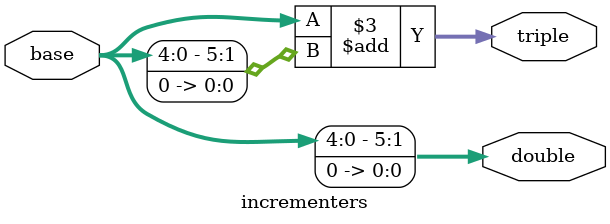
<source format=sv>
module incrementers (
    input [5:0] base,
    output [5:0] double,
    output [5:0] triple
);
    assign double = base << 1;
    assign triple = base + (base << 1);
endmodule

</source>
